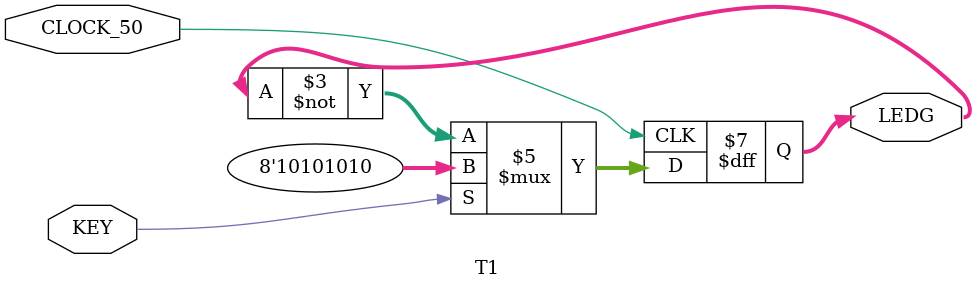
<source format=v>
module T1(
	input [0:0] KEY,
	input CLOCK_50,
	output reg [7:0] LEDG
);

	always @(posedge CLOCK_50)begin

		if(KEY [0]==1)begin
			LEDG <= 8'hAA;
			
		end else begin 
			LEDG <= ~LEDG;
		end
	end
	 
endmodule

</source>
